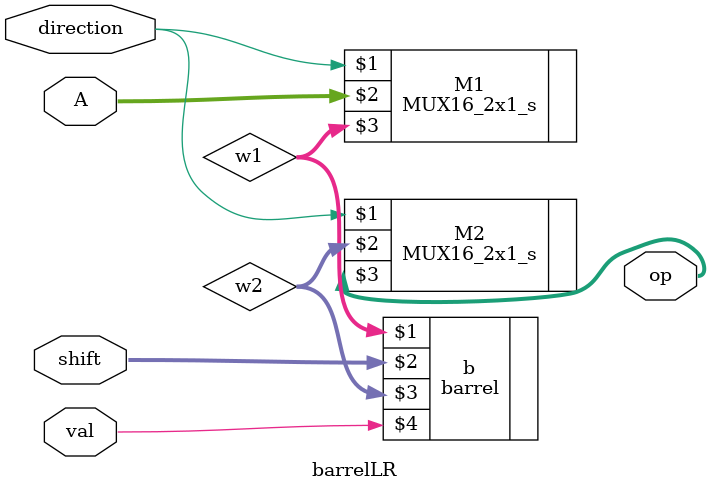
<source format=v>
`include"barrel.v"
module barrelLR(A,shift,op,direction,val);
	input [15:0]A;
	input direction;
	input [3:0]shift;
	output [15:0]op;
	input val;
	
	wire [15:0]w1,w2;
	MUX16_2x1_s M1(direction,A[15:0],w1);
	barrel b(w1,shift,w2,val);
	MUX16_2x1_s M2(direction,w2[15:0],op);

endmodule
</source>
